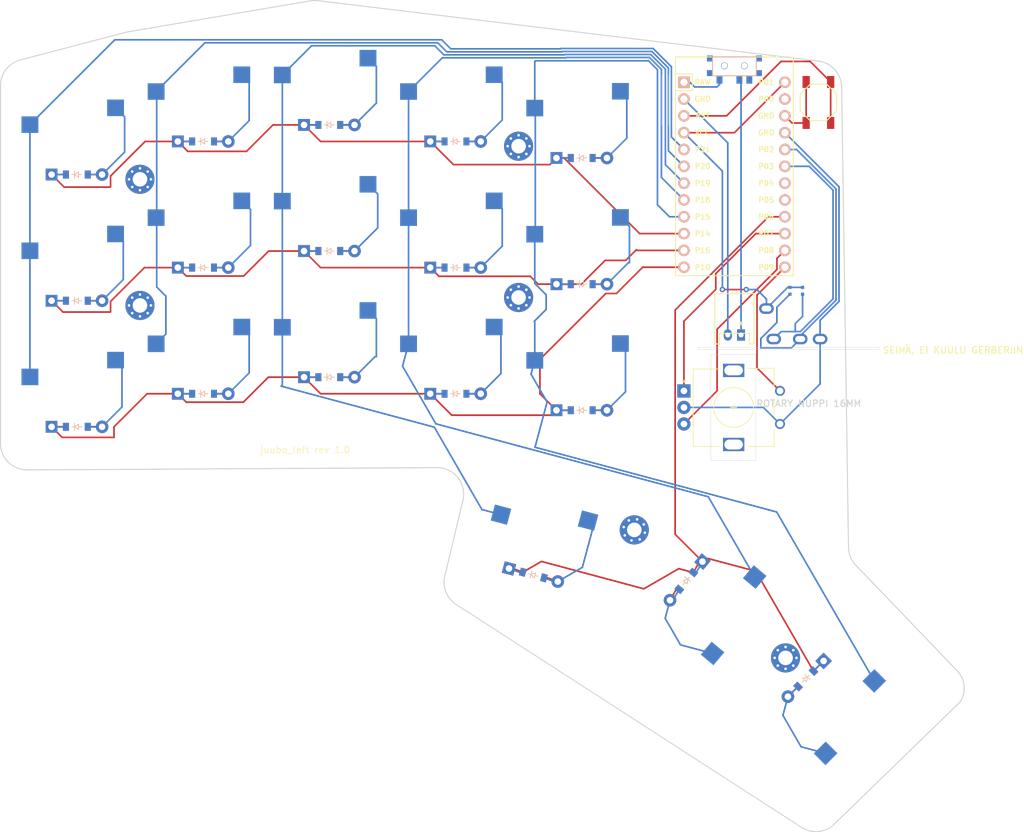
<source format=kicad_pcb>
(kicad_pcb (version 20221018) (generator pcbnew)
  (title_block (title "juubo_left") (rev "v1.0.0") (company "Unknown"))
  (layers (0 "F.Cu" signal) (31 "B.Cu" signal) (34 "B.Paste" user) (35 "F.Paste" user) (36 "B.SilkS" user "B.Silkscreen") (37 "F.SilkS" user "F.Silkscreen") (38 "B.Mask" user) (39 "F.Mask" user) (44 "Edge.Cuts" user))
  (net 0 "")
  (net 1 "P9")
  (net 2 "GND")
  (net 3 "P7")
  (net 4 "P8")
  (net 5 "P21")
  (net 6 "pinky_bottom")
  (net 7 "pinky_home")
  (net 8 "pinky_top")
  (net 9 "P20")
  (net 10 "ring_bottom")
  (net 11 "ring_home")
  (net 12 "ring_top")
  (net 13 "P19")
  (net 14 "middle_bottom")
  (net 15 "middle_home")
  (net 16 "middle_top")
  (net 17 "P18")
  (net 18 "index_bottom")
  (net 19 "index_home")
  (net 20 "index_top")
  (net 21 "P15")
  (net 22 "inner_bottom")
  (net 23 "inner_home")
  (net 24 "inner_top")
  (net 25 "layer_cluster")
  (net 26 "space_cluster")
  (net 27 "extra_cluster")
  (net 28 "P10")
  (net 29 "P16")
  (net 30 "P14")
  (net 31 "P6")
  (net 32 "RAW")
  (net 33 "RST")
  (net 34 "VCC")
  (net 35 "P0")
  (net 36 "P2")
  (net 37 "P3")
  (net 38 "P4")
  (net 39 "P5")
  (net 40 "B+")
  (footprint "E73:SPDT_C128955" (layer "F.Cu") (at 187.613786 48.4125)
    (fp_text reference "T1" hide)
    (fp_text value "" hide)
  )
  (footprint "E73:SW_TACT_ALPS_SKQGABE010" (layer "F.Cu") (at 200.291286 53.94591 90)
    (fp_text reference "B1" hide)
    (fp_text value "" hide)
  )
  (footprint "JST_PH_S2B-PH-K_02x2.00mm_Angled" (layer "F.Cu") (at 187.613785 89.063409 180)
    (fp_text reference "JST1" hide)
    (fp_text value "" hide)
  )
  (footprint "ComboDiode" (layer "F.Cu") (at 107.413787 97.935909)
    (fp_text reference "D4" hide)
    (fp_text value "" hide)
  )
  (footprint "MX" (layer "F.Cu") (at 126.463783 52.335909)
    (fp_text reference "S9" hide)
    (fp_text value "" hide)
  )
  (footprint "ComboDiode" (layer "F.Cu") (at 107.413784 59.835912)
    (fp_text reference "D6" hide)
    (fp_text value "" hide)
  )
  (footprint "TRRS-PJ-320A-dual" (layer "F.Cu") (at 203.748785 89.673409 -90)
    (fp_text reference "TRRS1")
    (fp_text value "TRRS-PJ-320A-dual")
  )
  (footprint "ComboDiode" (layer "F.Cu") (at 107.413783 78.885908)
    (fp_text reference "D5" hide)
    (fp_text value "" hide)
  )
  (footprint "MX" (layer "F.Cu") (at 88.363786 97.935909)
    (fp_text reference "S1" hide)
    (fp_text value "" hide)
  )
  (footprint "MX" (layer "F.Cu") (at 107.413785 54.83591)
    (fp_text reference "S6" hide)
    (fp_text value "" hide)
  )
  (footprint "ComboDiode" (layer "F.Cu") (at 164.563785 62.335911)
    (fp_text reference "D15" hide)
    (fp_text value "" hide)
  )
  (footprint "MX" (layer "F.Cu") (at 126.463784 90.435911)
    (fp_text reference "S7" hide)
    (fp_text value "" hide)
  )
  (footprint "MX" (layer "F.Cu") (at 145.513785 92.93591)
    (fp_text reference "S10" hide)
    (fp_text value "" hide)
  )
  (footprint "MountingHole_2.2mm_M2_Pad_Via" (layer "F.Cu") (at 155.038789 60.55091)
    (fp_text reference "_2" hide)
    (fp_text value "")
  )
  (footprint "rotary_encoder" (layer "F.Cu") (at 187.613785 100.045912)
    (fp_text reference "ROT1" hide)
    (fp_text value "")
  )
  (footprint "ComboDiode" (layer "F.Cu") (at 126.463784 76.385911)
    (fp_text reference "D8" hide)
    (fp_text value "" hide)
  )
  (footprint "ComboDiode" (layer "F.Cu") (at 126.463784 57.33591)
    (fp_text reference "D9" hide)
    (fp_text value "" hide)
  )
  (footprint "ComboDiode" (layer "F.Cu") (at 145.513784 78.88591)
    (fp_text reference "D11" hide)
    (fp_text value "" hide)
  )
  (footprint "MX" (layer "F.Cu") (at 158.563786 120.485912 -15)
    (fp_text reference "S16" hide)
    (fp_text value "" hide)
  )
  (footprint "ComboDiode" (layer "F.Cu") (at 88.363784 102.935911)
    (fp_text reference "D1" hide)
    (fp_text value "" hide)
  )
  (footprint "ComboDiode" (layer "F.Cu") (at 145.513785 97.935908)
    (fp_text reference "D10" hide)
    (fp_text value "" hide)
  )
  (footprint "ComboDiode" (layer "F.Cu") (at 164.563786 81.38591)
    (fp_text reference "D14" hide)
    (fp_text value "" hide)
  )
  (footprint "MountingHole_2.2mm_M2_Pad_Via" (layer "F.Cu") (at 155.038784 83.4)
    (fp_text reference "_6" hide)
    (fp_text value "")
  )
  (footprint "ComboDiode" (layer "F.Cu") (at 126.463785 95.435911)
    (fp_text reference "D7" hide)
    (fp_text value "" hide)
  )
  (footprint "ProMicro" (layer "F.Cu") (at 187.613787 64.860909 -90)
    (fp_text reference "MCU1" hide)
    (fp_text value "" hide)
  )
  (footprint "MX" (layer "F.Cu") (at 145.513787 54.835911)
    (fp_text reference "S12" hide)
    (fp_text value "" hide)
  )
  (footprint "MX" (layer "F.Cu") (at 88.363785 59.835911)
    (fp_text reference "S3" hide)
    (fp_text value "" hide)
  )
  (footprint "MX" (layer "F.Cu") (at 145.513785 73.885909)
    (fp_text reference "S11" hide)
    (fp_text value "" hide)
  )
  (footprint "MountingHole_2.2mm_M2_Pad_Via" (layer "F.Cu") (at 97.888786 84.6)
    (fp_text reference "_3" hide)
    (fp_text value "")
  )
  (footprint "MX" (layer "F.Cu") (at 184.174439 129.418819 -130)
    (fp_text reference "S17" hide)
    (fp_text value "" hide)
  )
  (footprint "MountingHole_2.2mm_M2_Pad_Via" (layer "F.Cu") (at 195.333274 137.833274 -135)
    (fp_text reference "_5" hide)
    (fp_text value "")
  )
  (footprint "ComboDiode" (layer "F.Cu") (at 88.363786 64.835909)
    (fp_text reference "D3" hide)
    (fp_text value "" hide)
  )
  (footprint "ComboDiode" (layer "F.Cu") (at 157.269692 125.315539 -15)
    (fp_text reference "D16" hide)
    (fp_text value "" hide)
  )
  (footprint "ComboDiode" (layer "F.Cu") (at 88.363785 83.885911)
    (fp_text reference "D2" hide)
    (fp_text value "" hide)
  )
  (footprint "MX" (layer "F.Cu") (at 201.918989 144.526213 -135)
    (fp_text reference "S18" hide)
    (fp_text value "" hide)
  )
  (footprint "MountingHole_2.2mm_M2_Pad_Via" (layer "F.Cu") (at 172.5 118.5 -15)
    (fp_text reference "_4" hide)
    (fp_text value "")
  )
  (footprint "ComboDiode" (layer "F.Cu") (at 164.563786 100.43591)
    (fp_text reference "D13" hide)
    (fp_text value "" hide)
  )
  (footprint "MX" (layer "F.Cu") (at 107.413786 92.935912)
    (fp_text reference "S4" hide)
    (fp_text value "" hide)
  )
  (footprint "MountingHole_2.2mm_M2_Pad_Via" (layer "F.Cu") (at 97.888787 65.55091)
    (fp_text reference "_1" hide)
    (fp_text value "")
  )
  (footprint "MX" (layer "F.Cu") (at 88.363785 78.885908)
    (fp_text reference "S2" hide)
    (fp_text value "" hide)
  )
  (footprint "MX" (layer "F.Cu") (at 164.563785 57.335911)
    (fp_text reference "S15" hide)
    (fp_text value "" hide)
  )
  (footprint "MX" (layer "F.Cu") (at 126.463787 71.385911)
    (fp_text reference "S8" hide)
    (fp_text value "" hide)
  )
  (footprint "ComboDiode" (layer "F.Cu") (at 198.383457 140.990682 -135)
    (fp_text reference "D18" hide)
    (fp_text value "" hide)
  )
  (footprint "MX" (layer "F.Cu") (at 164.563783 76.385911)
    (fp_text reference "S14" hide)
    (fp_text value "" hide)
  )
  (footprint "ComboDiode" (layer "F.Cu") (at 180.344219 126.204878 -130)
    (fp_text reference "D17" hide)
    (fp_text value "" hide)
  )
  (footprint "MX" (layer "F.Cu") (at 107.413784 73.88591)
    (fp_text reference "S5" hide)
    (fp_text value "" hide)
  )
  (footprint "MX" (layer "F.Cu") (at 164.563786 95.435911)
    (fp_text reference "S13" hide)
    (fp_text value "" hide)
  )
  (footprint "ComboDiode" (layer "F.Cu") (at 145.513787 59.835909)
    (fp_text reference "D12" hide)
    (fp_text value "" hide)
  )
  (footprint "RES_ERJ2RKF4701X" (layer "B.Cu") (at 197.901286 82.385911 -90)
    (fp_text reference "DISP1" hide)
    (fp_text value "RES_ERJ2RKF4701X")
  )
  (footprint "RES_ERJ2RKF4701X" (layer "B.Cu") (at 195.996287 82.385909 -90)
    (fp_text reference "DISP2" hide)
    (fp_text value "RES_ERJ2RKF4701X")
  )
  (gr_line (start 177.67 57.4) (end 177.67 49.8) (stroke (width 0.05)) (layer "Edge.Cuts"))
  (gr_arc (start 142.722221 109.098913) (mid 145.877217 110.612025) (end 146.634761 114.028112) (stroke (width 0.15)) (layer "Edge.Cuts"))
  (gr_rect (start 182.175 90.925) (end 209.485 91.255) (stroke (width 0.05)) (fill none) (layer "Edge.Cuts"))
  (gr_arc (start 95.717823 43.355782) (mid 95.889609 43.314727) (end 96.063039 43.281294) (stroke (width 0.15)) (layer "Edge.Cuts"))
  (gr_arc (start 123.58592 38.603279) (mid 124.159797 38.547878) (end 124.735675 38.575565) (stroke (width 0.15)) (layer "Edge.Cuts"))
  (gr_line (start 96.063039 43.281294) (end 123.58592 38.603279) (stroke (width 0.15)) (layer "Edge.Cuts"))
  (gr_line (start 142.722221 109.098913) (end 80.860764 109.438811) (stroke (width 0.15)) (layer "Edge.Cuts"))
  (gr_line (start 197.688861 163.388522) (end 145.621497 129.763273) (stroke (width 0.15)) (layer "Edge.Cuts"))
  (gr_arc (start 80.860763 109.438813) (mid 78.018185 108.27504) (end 76.838785 105.438871) (stroke (width 0.15)) (layer "Edge.Cuts"))
  (gr_line (start 203.800645 51.608921) (end 204.832746 121.127688) (stroke (width 0.15)) (layer "Edge.Cuts"))
  (gr_line (start 205.945229 123.836839) (end 221.356715 139.908255) (stroke (width 0.15)) (layer "Edge.Cuts"))
  (gr_arc (start 76.838784 51.396523) (mid 77.67162 48.953369) (end 79.823311 47.527571) (stroke (width 0.15)) (layer "Edge.Cuts"))
  (gr_line (start 124.735675 38.575565) (end 200.280578 47.697146) (stroke (width 0.15)) (layer "Edge.Cuts"))
  (gr_arc (start 205.945229 123.836839) (mid 205.132139 122.587738) (end 204.832746 121.127688) (stroke (width 0.15)) (layer "Edge.Cuts"))
  (gr_arc (start 200.280578 47.697143) (mid 202.774498 48.99265) (end 203.800645 51.608921) (stroke (width 0.15)) (layer "Edge.Cuts"))
  (gr_line (start 176.67 57.4) (end 176.67 49.8) (stroke (width 0.05)) (layer "Edge.Cuts"))
  (gr_line (start 202.748997 162.877717) (end 221.659673 144.499586) (stroke (width 0.15)) (layer "Edge.Cuts"))
  (gr_arc (start 145.621497 129.763273) (mid 144.079016 127.892173) (end 143.900962 125.473809) (stroke (width 0.15)) (layer "Edge.Cuts"))
  (gr_line (start 76.838785 105.438871) (end 76.838784 51.396523) (stroke (width 0.15)) (layer "Edge.Cuts"))
  (gr_line (start 79.823311 47.527571) (end 95.717823 43.355782) (stroke (width 0.15)) (layer "Edge.Cuts"))
  (gr_line (start 143.900962 125.473809) (end 146.634761 114.028112) (stroke (width 0.15)) (layer "Edge.Cuts"))
  (gr_rect (start 184.065 92.006) (end 190.84 108.006) (stroke (width 0.05)) (fill none) (layer "Edge.Cuts"))
  (gr_arc (start 202.748997 162.877717) (mid 200.311135 164.046527) (end 197.688861 163.388522) (stroke (width 0.15)) (layer "Edge.Cuts"))
  (gr_arc (start 221.356714 139.908256) (mid 222.292209 142.152188) (end 221.659673 144.499586) (stroke (width 0.15)) (layer "Edge.Cuts"))
  (gr_text "juubo_left rev 1.0" (at 116 107) (layer "F.SilkS") (effects (font (size 1 1) (thickness 0.1)) (justify left bottom)))
  (gr_text "SEINÄ, EI KUULU GERBERIIN" (at 209.94 91.94) (layer "F.SilkS") (effects (font (size 1 1)) (justify left bottom)))
  (gr_text "ROTARY NUPPI 16MM\n" (at 190.84 100.006) (layer "Edge.Cuts") (effects (font (size 1 1)) (justify left bottom)))
  (segment (start 191.023785 94.035912) (end 191.023785 83.040911) (width 0.25) (layer "F.Cu") (net 1))
  (segment (start 194.493785 97.505912) (end 191.023785 94.035912) (width 0.25) (layer "F.Cu") (net 1))
  (segment (start 191.023785 83.040911) (end 195.233787 78.830909) (width 0.25) (layer "F.Cu") (net 1))
  (segment (start 198.441286 57.04591) (end 196.308788 57.04591) (width 0.25) (layer "F.Cu") (net 2))
  (segment (start 198.441286 57.04591) (end 198.441286 50.84591) (width 0.25) (layer "F.Cu") (net 2))
  (segment (start 196.308788 57.04591) (end 195.233787 55.970909) (width 0.25) (layer "F.Cu") (net 2))
  (segment (start 194.493785 102.505912) (end 200.548785 96.450912) (width 0.25) (layer "B.Cu") (net 2))
  (segment (start 203.4 83.986396) (end 203.4 66.677122) (width 0.25) (layer "B.Cu") (net 2))
  (segment (start 179.993785 100.005912) (end 191.993785 100.005912) (width 0.25) (layer "B.Cu") (net 2))
  (segment (start 200.548785 86.837611) (end 203.4 83.986396) (width 0.25) (layer "B.Cu") (net 2))
  (segment (start 200.548785 89.673409) (end 200.548785 86.837611) (width 0.25) (layer "B.Cu") (net 2))
  (segment (start 203.4 66.677122) (end 195.233787 58.510909) (width 0.25) (layer "B.Cu") (net 2))
  (segment (start 186.613785 60.050907) (end 179.993787 53.430909) (width 0.25) (layer "B.Cu") (net 2))
  (segment (start 191.993785 100.005912) (end 194.493785 102.505912) (width 0.25) (layer "B.Cu") (net 2))
  (segment (start 200.548785 96.450912) (end 200.548785 89.673409) (width 0.25) (layer "B.Cu") (net 2))
  (segment (start 186.613785 89.063409) (end 186.613785 60.050907) (width 0.25) (layer "B.Cu") (net 2))
  (segment (start 179.993785 97.505912) (end 179.993785 86.98091) (width 0.25) (layer "F.Cu") (net 3))
  (segment (start 184.8 82.174695) (end 184.8 79.8) (width 0.25) (layer "F.Cu") (net 3))
  (segment (start 190.849091 73.750909) (end 195.233787 73.750909) (width 0.25) (layer "F.Cu") (net 3))
  (segment (start 179.993785 86.98091) (end 184.8 82.174695) (width 0.25) (layer "F.Cu") (net 3))
  (segment (start 184.8 79.8) (end 190.849091 73.750909) (width 0.25) (layer "F.Cu") (net 3))
  (segment (start 179.993785 102.505912) (end 185 97.499697) (width 0.25) (layer "F.Cu") (net 4))
  (segment (start 194.032487 77.492209) (end 195.233787 76.290909) (width 0.25) (layer "F.Cu") (net 4))
  (segment (start 194.032487 79.167513) (end 194.032487 77.492209) (width 0.25) (layer "F.Cu") (net 4))
  (segment (start 185 97.499697) (end 185 88.2) (width 0.25) (layer "F.Cu") (net 4))
  (segment (start 185 88.2) (end 194.032487 79.167513) (width 0.25) (layer "F.Cu") (net 4))
  (segment (start 144.8 45.85) (end 161.4 45.85) (width 0.25) (layer "B.Cu") (net 5))
  (segment (start 81.278785 57.295911) (end 81.278786 76.345909) (width 0.25) (layer "B.Cu") (net 5))
  (segment (start 81.278785 57.295911) (end 94.093787 44.480909) (width 0.25) (layer "B.Cu") (net 5))
  (segment (start 175.345584 45.8) (end 178.1 48.554416) (width 0.25) (layer "B.Cu") (net 5))
  (segment (start 178.1 48.554416) (end 178.1 59.157122) (width 0.25) (layer "B.Cu") (net 5))
  (segment (start 94.093787 44.480909) (end 143.430909 44.480909) (width 0.25) (layer "B.Cu") (net 5))
  (segment (start 161.45 45.8) (end 175.345584 45.8) (width 0.25) (layer "B.Cu") (net 5))
  (segment (start 143.430909 44.480909) (end 144.8 45.85) (width 0.25) (layer "B.Cu") (net 5))
  (segment (start 161.4 45.85) (end 161.45 45.8) (width 0.25) (layer "B.Cu") (net 5))
  (segment (start 178.1 59.157122) (end 179.993787 61.050909) (width 0.25) (layer "B.Cu") (net 5))
  (segment (start 81.278786 76.345909) (end 81.278787 95.39591) (width 0.25) (layer "B.Cu") (net 5))
  (segment (start 90.013783 102.93591) (end 92.173783 102.935911) (width 0.25) (layer "F.Cu") (net 6))
  (segment (start 95.172232 93.822356) (end 94.205786 92.85591) (width 0.25) (layer "B.Cu") (net 6))
  (segment (start 92.173784 102.93591) (end 95.172232 99.937463) (width 0.25) (layer "B.Cu") (net 6))
  (segment (start 92.173783 102.935911) (end 90.013783 102.93591) (width 0.25) (layer "B.Cu") (net 6))
  (segment (start 95.172232 99.937463) (end 95.172232 93.822356) (width 0.25) (layer "B.Cu") (net 6))
  (segment (start 92.173785 83.885908) (end 90.013785 83.885908) (width 0.25) (layer "F.Cu") (net 7))
  (segment (start 90.013785 83.885908) (end 92.173785 83.885908) (width 0.25) (layer "B.Cu") (net 7))
  (segment (start 95.372232 80.687464) (end 95.372231 74.972355) (width 0.25) (layer "B.Cu") (net 7))
  (segment (start 92.173786 83.885911) (end 95.372232 80.687464) (width 0.25) (layer "B.Cu") (net 7))
  (segment (start 95.372231 74.972355) (end 94.205786 73.805909) (width 0.25) (layer "B.Cu") (net 7))
  (segment (start 90.013784 64.835913) (end 92.173786 64.835909) (width 0.25) (layer "F.Cu") (net 8))
  (segment (start 95.572232 61.437463) (end 95.572232 56.122358) (width 0.25) (layer "B.Cu") (net 8))
  (segment (start 95.572232 56.122358) (end 94.205785 54.755911) (width 0.25) (layer "B.Cu") (net 8))
  (segment (start 92.173786 64.835909) (end 90.013784 64.835913) (width 0.25) (layer "B.Cu") (net 8))
  (segment (start 92.173786 64.835909) (end 95.572232 61.437463) (width 0.25) (layer "B.Cu") (net 8))
  (segment (start 177.65 48.740812) (end 177.65 61.247122) (width 0.25) (layer "B.Cu") (net 9))
  (segment (start 100.328784 90.395909) (end 100.328785 90.395912) (width 0.25) (layer "B.Cu") (net 9))
  (segment (start 100.413788 52.380911) (end 100.413787 71.260908) (width 0.25) (layer "B.Cu") (net 9))
  (segment (start 107.693786 44.930909) (end 142.830909 44.930909) (width 0.25) (layer "B.Cu") (net 9))
  (segment (start 161.6 46.3) (end 161.65 46.25) (width 0.25) (layer "B.Cu") (net 9))
  (segment (start 100.413786 81.813786) (end 101.8 83.2) (width 0.25) (layer "B.Cu") (net 9))
  (segment (start 100.413787 71.260908) (end 100.328783 71.345911) (width 0.25) (layer "B.Cu") (net 9))
  (segment (start 100.413786 71.430912) (end 100.413786 81.813786) (width 0.25) (layer "B.Cu") (net 9))
  (segment (start 100.328785 52.29591) (end 100.413788 52.380911) (width 0.25) (layer "B.Cu") (net 9))
  (segment (start 177.65 61.247122) (end 179.993787 63.590909) (width 0.25) (layer "B.Cu") (net 9))
  (segment (start 161.65 46.25) (end 175.159188 46.25) (width 0.25) (layer "B.Cu") (net 9))
  (segment (start 101.8 88.924698) (end 100.328786 90.395912) (width 0.25) (layer "B.Cu") (net 9))
  (segment (start 100.328784 71.34591) (end 100.413786 71.430912) (width 0.25) (layer "B.Cu") (net 9))
  (segment (start 175.159188 46.25) (end 177.65 48.740812) (width 0.25) (layer "B.Cu") (net 9))
  (segment (start 142.830909 44.930909) (end 144.2 46.3) (width 0.25) (layer "B.Cu") (net 9))
  (segment (start 100.328785 52.29591) (end 107.693786 44.930909) (width 0.25) (layer "B.Cu") (net 9))
  (segment (start 101.8 83.2) (end 101.8 88.924698) (width 0.25) (layer "B.Cu") (net 9))
  (segment (start 144.2 46.3) (end 161.6 46.3) (width 0.25) (layer "B.Cu") (net 9))
  (segment (start 111.223787 97.93591) (end 109.063785 97.93591) (width 0.25) (layer "F.Cu") (net 10))
  (segment (start 114.372232 94.787465) (end 114.372231 88.972358) (width 0.25) (layer "B.Cu") (net 10))
  (segment (start 111.223787 97.93591) (end 114.372232 94.787465) (width 0.25) (layer "B.Cu") (net 10))
  (segment (start 109.063785 97.93591) (end 111.223787 97.93591) (width 0.25) (layer "B.Cu") (net 10))
  (segment (start 114.372231 88.972358) (end 113.255787 87.855911) (width 0.25) (layer "B.Cu") (net 10))
  (segment (start 109.063783 78.88591) (end 111.223784 78.885908) (width 0.25) (layer "F.Cu") (net 11))
  (segment (start 114.572232 75.537461) (end 114.572231 70.122359) (width 0.25) (layer "B.Cu") (net 11))
  (segment (start 111.223783 78.88591) (end 114.572232 75.537461) (width 0.25) (layer "B.Cu") (net 11))
  (segment (start 114.572231 70.122359) (end 113.255784 68.805911) (width 0.25) (layer "B.Cu") (net 11))
  (segment (start 111.223784 78.885908) (end 109.063783 78.88591) (width 0.25) (layer "B.Cu") (net 11))
  (segment (start 111.223787 59.835909) (end 109.063786 59.835908) (width 0.25) (layer "F.Cu") (net 12))
  (segment (start 114.372231 50.872356) (end 113.255785 49.755909) (width 0.25) (layer "B.Cu") (net 12))
  (segment (start 109.063786 59.835908) (end 111.223787 59.835909) (width 0.25) (layer "B.Cu") (net 12))
  (segment (start 111.223783 59.835912) (end 114.372232 56.687464) (width 0.25) (layer "B.Cu") (net 12))
  (segment (start 114.372232 56.687464) (end 114.372231 50.872356) (width 0.25) (layer "B.Cu") (net 12))
  (segment (start 119.378787 87.895908) (end 119.378784 87.895911) (width 0.25) (layer "B.Cu") (net 13))
  (segment (start 174.972792 46.7) (end 177.2 48.927208) (width 0.25) (layer "B.Cu") (net 13))
  (segment (start 143.75 46.75) (end 162 46.75) (width 0.25) (layer "B.Cu") (net 13))
  (segment (start 142.323172 102.987514) (end 119.2 96.791679) (width 0.25) (layer "B.Cu") (net 13))
  (segment (start 162.05 46.7) (end 174.972792 46.7) (width 0.25) (layer "B.Cu") (net 13))
  (segment (start 142.380909 45.380909) (end 143.75 46.75) (width 0.25) (layer "B.Cu") (net 13))
  (segment (start 177.2 63.337122) (end 179.993787 66.130909) (width 0.25) (layer "B.Cu") (net 13))
  (segment (start 162 46.75) (end 162.05 46.7) (width 0.25) (layer "B.Cu") (net 13))
  (segment (start 119.378783 49.795908) (end 119.378784 68.845909) (width 0.25) (layer "B.Cu") (net 13))
  (segment (start 119.2 96.791679) (end 119.378784 96.612895) (width 0.25) (layer "B.Cu") (net 13))
  (segment (start 119.378787 68.845912) (end 119.378787 87.895908) (width 0.25) (layer "B.Cu") (net 13))
  (segment (start 119.378784 68.845909) (end 119.378787 68.845912) (width 0.25) (layer "B.Cu") (net 13))
  (segment (start 119.378784 96.612895) (end 119.378784 87.895911) (width 0.25) (layer "B.Cu") (net 13))
  (segment (start 177.2 48.927208) (end 177.2 63.337122) (width 0.25) (layer "B.Cu") (net 13))
  (segment (start 152.377603 116.198728) (end 149.506511 115.429421) (width 0.25) (layer "B.Cu") (net 13))
  (segment (start 149.506511 115.429421) (end 142.323172 102.987514) (width 0.25) (layer "B.Cu") (net 13))
  (segment (start 119.378783 49.795909) (end 123.793783 45.380909) (width 0.25) (layer "B.Cu") (net 13))
  (segment (start 123.793783 45.380909) (end 142.380909 45.380909) (width 0.25) (layer "B.Cu") (net 13))
  (segment (start 128.113785 95.435911) (end 130.273787 95.435911) (width 0.25) (layer "F.Cu") (net 14))
  (segment (start 133.377376 92.332319) (end 133.572232 92.33232) (width 0.25) (layer "B.Cu") (net 14))
  (segment (start 130.273785 95.435911) (end 133.377376 92.332319) (width 0.25) (layer "B.Cu") (net 14))
  (segment (start 130.273787 95.435911) (end 128.113785 95.435911) (width 0.25) (layer "B.Cu") (net 14))
  (segment (start 133.572232 86.622358) (end 132.305785 85.355911) (width 0.25) (layer "B.Cu") (net 14))
  (segment (start 133.572232 92.33232) (end 133.572232 86.622358) (width 0.25) (layer "B.Cu") (net 14))
  (segment (start 130.273785 76.38591) (end 128.113784 76.385908) (width 0.25) (layer "F.Cu") (net 15))
  (segment (start 133.772232 67.772357) (end 132.305786 66.305912) (width 0.25) (layer "B.Cu") (net 15))
  (segment (start 133.772232 72.887463) (end 133.772232 67.772357) (width 0.25) (layer "B.Cu") (net 15))
  (segment (start 128.113784 76.385908) (end 130.273785 76.38591) (width 0.25) (layer "B.Cu") (net 15))
  (segment (start 130.273782 76.385911) (end 133.772232 72.887463) (width 0.25) (layer "B.Cu") (net 15))
  (segment (start 128.113785 57.33591) (end 130.273785 57.335911) (width 0.25) (layer "F.Cu") (net 16))
  (segment (start 133.572233 54.037462) (end 133.572232 48.522356) (width 0.25) (layer "B.Cu") (net 16))
  (segment (start 130.273785 57.335911) (end 128.113785 57.33591) (width 0.25) (layer "B.Cu") (net 16))
  (segment (start 133.572232 48.522356) (end 132.305784 47.255908) (width 0.25) (layer "B.Cu") (net 16))
  (segment (start 130.273786 57.33591) (end 133.572233 54.037462) (width 0.25) (layer "B.Cu") (net 16))
  (segment (start 162.25 47.15) (end 174.786396 47.15) (width 0.25) (layer "B.Cu") (net 17))
  (segment (start 143.524698 47.2) (end 162.2 47.2) (width 0.25) (layer "B.Cu") (net 17))
  (segment (start 183.673254 113.497832) (end 142.548975 102.478616) (width 0.25) (layer "B.Cu") (net 17))
  (segment (start 138.428785 71.34591) (end 138.428785 90.395912) (width 0.25) (layer "B.Cu") (net 17))
  (segment (start 142.548975 102.478616) (end 137.523544 93.774313) (width 0.25) (layer "B.Cu") (net 17))
  (segment (start 162.2 47.2) (end 162.25 47.15) (width 0.25) (layer "B.Cu") (net 17))
  (segment (start 176.6 65.277122) (end 179.993787 68.670909) (width 0.25) (layer "B.Cu") (net 17))
  (segment (start 174.786396 47.15) (end 176.6 48.963604) (width 0.25) (layer "B.Cu") (net 17))
  (segment (start 137.523544 93.774313) (end 138.428785 90.39591) (width 0.25) (layer "B.Cu") (net 17))
  (segment (start 176.6 48.963604) (end 176.6 65.277122) (width 0.25) (layer "B.Cu") (net 17))
  (segment (start 190.674343 125.624074) (end 183.673254 113.497832) (width 0.25) (layer "B.Cu") (net 17))
  (segment (start 138.428787 52.295911) (end 143.524698 47.2) (width 0.25) (layer "B.Cu") (net 17))
  (segment (start 138.428788 71.345906) (end 138.428785 71.34591) (width 0.25) (layer "B.Cu") (net 17))
  (segment (start 138.428787 52.295911) (end 138.428788 71.345906) (width 0.25) (layer "B.Cu") (net 17))
  (segment (start 149.323783 97.935911) (end 147.163785 97.93591) (width 0.25) (layer "F.Cu") (net 18))
  (segment (start 152.372231 88.872359) (end 151.355785 87.855912) (width 0.25) (layer "B.Cu") (net 18))
  (segment (start 149.323785 97.935911) (end 152.372232 94.887463) (width 0.25) (layer "B.Cu") (net 18))
  (segment (start 152.372232 94.887463) (end 152.372231 88.872359) (width 0.25) (layer "B.Cu") (net 18))
  (segment (start 147.163785 97.93591) (end 149.323783 97.935911) (width 0.25) (layer "B.Cu") (net 18))
  (segment (start 147.163786 78.885912) (end 149.323785 78.885907) (width 0.25) (layer "F.Cu") (net 19))
  (segment (start 152.572233 70.022357) (end 151.355784 68.805909) (width 0.25) (layer "B.Cu") (net 19))
  (segment (start 149.323784 78.885911) (end 152.572232 75.637464) (width 0.25) (layer "B.Cu") (net 19))
  (segment (start 149.323785 78.885907) (end 147.163786 78.885912) (width 0.25) (layer "B.Cu") (net 19))
  (segment (start 152.572232 75.637464) (end 152.572233 70.022357) (width 0.25) (layer "B.Cu") (net 19))
  (segment (start 149.323785 59.83591) (end 147.163785 59.835909) (width 0.25) (layer "F.Cu") (net 20))
  (segment (start 147.163785 59.835909) (end 149.323785 59.83591) (width 0.25) (layer "B.Cu") (net 20))
  (segment (start 152.572232 56.587463) (end 152.572232 50.972355) (width 0.25) (layer "B.Cu") (net 20))
  (segment (start 149.323786 59.835909) (end 152.572232 56.587463) (width 0.25) (layer "B.Cu") (net 20))
  (segment (start 152.572232 50.972355) (end 151.355786 49.755911) (width 0.25) (layer "B.Cu") (net 20))
  (segment (start 159.343048 99.192616) (end 157.513027 106.022347) (width 0.25) (layer "B.Cu") (net 21))
  (segment (start 157.478784 92.895908) (end 157.478786 92.89591) (width 0.25) (layer "B.Cu") (net 21))
  (segment (start 157.6 47.65) (end 174.55 47.65) (width 0.25) (layer "B.Cu") (net 21))
  (segment (start 157.478783 73.845911) (end 157.478783 81.278783) (width 0.25) (layer "B.Cu") (net 21))
  (segment (start 157.563789 73.760904) (end 157.478783 73.845911) (width 0.25) (layer "B.Cu") (net 21))
  (segment (start 159.2 85.2) (end 157.4 87) (width 0.25) (layer "B.Cu") (net 21))
  (segment (start 157.478785 47.771215) (end 157.6 47.65) (width 0.25) (layer "B.Cu") (net 21))
  (segment (start 157.478786 92.895911) (end 156.917357 94.991193) (width 0.25) (layer "B.Cu") (net 21))
  (segment (start 157.4 87) (end 157.478786 87.078786) (width 0.25) (layer "B.Cu") (net 21))
  (segment (start 159.2 83) (end 159.2 85.2) (width 0.25) (layer "B.Cu") (net 21))
  (segment (start 157.478783 81.278783) (end 159.2 83) (width 0.25) (layer "B.Cu") (net 21))
  (segment (start 157.563789 54.880912) (end 157.563789 73.760904) (width 0.25) (layer "B.Cu") (net 21))
  (segment (start 156.917357 94.991193) (end 159.343048 99.192616) (width 0.25) (layer "B.Cu") (net 21))
  (segment (start 157.478786 87.078786) (end 157.478786 92.895911) (width 0.25) (layer "B.Cu") (net 21))
  (segment (start 177.810909 71.210909) (end 179.993787 71.210909) (width 0.25) (layer "B.Cu") (net 21))
  (segment (start 157.478786 54.79591) (end 157.563789 54.880912) (width 0.25) (layer "B.Cu") (net 21))
  (segment (start 176 49) (end 176 69.4) (width 0.25) (layer "B.Cu") (net 21))
  (segment (start 176 69.4) (end 177.810909 71.210909) (width 0.25) (layer "B.Cu") (net 21))
  (segment (start 157.513027 106.022347) (end 193.99375 115.797328) (width 0.25) (layer "B.Cu") (net 21))
  (segment (start 174.55 47.65) (end 174.6 47.6) (width 0.25) (layer "B.Cu") (net 21))
  (segment (start 174.6 47.6) (end 176 49) (width 0.25) (layer "B.Cu") (net 21))
  (segment (start 193.99375 115.797328) (end 208.724891 141.312414) (width 0.25) (layer "B.Cu") (net 21))
  (segment (start 157.478785 54.795911) (end 157.478785 47.771215) (width 0.25) (layer "B.Cu") (net 21))
  (segment (start 166.213786 100.435911) (end 168.373787 100.435911) (width 0.25) (layer "F.Cu") (net 22))
  (segment (start 171.172233 97.637464) (end 171.172233 91.122355) (width 0.25) (layer "B.Cu") (net 22))
  (segment (start 168.373787 100.435911) (end 166.213786 100.435911) (width 0.25) (layer "B.Cu") (net 22))
  (segment (start 171.172233 91.122355) (end 170.405786 90.355911) (width 0.25) (layer "B.Cu") (net 22))
  (segment (start 168.373786 100.435909) (end 171.172233 97.637464) (width 0.25) (layer "B.Cu") (net 22))
  (segment (start 168.373783 81.385909) (end 166.213787 81.38591) (width 0.25) (layer "F.Cu") (net 23))
  (segment (start 171.627376 78.13232) (end 171.772232 78.13232) (width 0.25) (layer "B.Cu") (net 23))
  (segment (start 168.373787 81.385909) (end 171.627376 78.13232) (width 0.25) (layer "B.Cu") (net 23))
  (segment (start 166.213787 81.38591) (end 168.373783 81.385909) (width 0.25) (layer "B.Cu") (net 23))
  (segment (start 171.772232 72.67236) (end 170.405781 71.305911) (width 0.25) (layer "B.Cu") (net 23))
  (segment (start 171.772232 78.13232) (end 171.772232 72.67236) (width 0.25) (layer "B.Cu") (net 23))
  (segment (start 166.213786 62.335911) (end 168.373784 62.33591) (width 0.25) (layer "F.Cu") (net 24))
  (segment (start 171.372232 53.222354) (end 170.405786 52.255911) (width 0.25) (layer "B.Cu") (net 24))
  (segment (start 168.373784 62.33591) (end 166.213786 62.335911) (width 0.25) (layer "B.Cu") (net 24))
  (segment (start 171.372232 59.337463) (end 171.372232 53.222354) (width 0.25) (layer "B.Cu") (net 24))
  (segment (start 168.373784 62.335911) (end 171.372232 59.337463) (width 0.25) (layer "B.Cu") (net 24))
  (segment (start 160.949869 126.30164) (end 159.104758 125.630075) (width 0.25) (layer "F.Cu") (net 25))
  (segment (start 159.104758 125.630075) (end 158.863468 125.74259) (width 0.25) (layer "F.Cu") (net 25))
  (segment (start 166.228349 118.315284) (end 165.521525 117.09103) (width 0.25) (layer "B.Cu") (net 25))
  (segment (start 160.949869 126.30164) (end 164.662805 124.157976) (width 0.25) (layer "B.Cu") (net 25))
  (segment (start 160.708577 126.414157) (end 160.949869 126.30164) (width 0.25) (layer "B.Cu") (net 25))
  (segment (start 164.662805 124.157976) (end 166.228349 118.315284) (width 0.25) (layer "B.Cu") (net 25))
  (segment (start 158.863468 125.74259) (end 160.708577 126.414157) (width 0.25) (layer "B.Cu") (net 25))
  (segment (start 178.771249 127.60614) (end 179.283619 127.468853) (width 0.25) (layer "F.Cu") (net 26))
  (segment (start 177.895197 129.123508) (end 178.771249 127.60614) (width 0.25) (layer "F.Cu") (net 26))
  (segment (start 178.407567 128.98622) (end 177.895197 129.123508) (width 0.25) (layer "B.Cu") (net 26))
  (segment (start 179.478079 135.864494) (end 184.310781 137.159412) (width 0.25) (layer "B.Cu") (net 26))
  (segment (start 177.895197 129.123507) (end 177.163265 131.855117) (width 0.25) (layer "B.Cu") (net 26))
  (segment (start 177.163265 131.855117) (end 179.478079 135.864494) (width 0.25) (layer "B.Cu") (net 26))
  (segment (start 179.283619 127.468853) (end 178.407567 128.98622) (width 0.25) (layer "B.Cu") (net 26))
  (segment (start 195.68938 143.68476) (end 197.216731 142.157409) (width 0.25) (layer "F.Cu") (net 27))
  (segment (start 197.672258 151.255701) (end 201.380174 152.249235) (width 0.25) (layer "B.Cu") (net 27))
  (segment (start 194.932349 146.510039) (end 197.672258 151.255701) (width 0.25) (layer "B.Cu") (net 27))
  (segment (start 195.68938 143.68476) (end 194.932349 146.510039) (width 0.25) (layer "B.Cu") (net 27))
  (segment (start 197.216731 142.157409) (end 195.68938 143.68476) (width 0.25) (layer "B.Cu") (net 27))
  (segment (start 84.553783 102.935909) (end 86.713786 102.935908) (width 0.25) (layer "F.Cu") (net 28))
  (segment (start 173.830909 78.830909) (end 179.993787 78.830909) (width 0.25) (layer "F.Cu") (net 28))
  (segment (start 160.753786 100.43591) (end 158.257886 97.94001) (width 0.25) (layer "F.Cu") (net 28))
  (segment (start 158.257886 92.740161) (end 168.198047 82.8) (width 0.25) (layer "F.Cu") (net 28))
  (segment (start 141.703785 97.935911) (end 144.943785 101.175911) (width 0.25) (layer "F.Cu") (net 28))
  (segment (start 105.763787 97.935909) (end 103.603785 97.935911) (width 0.25) (layer "F.Cu") (net 28))
  (segment (start 173.8 78.8) (end 173.830909 78.830909) (width 0.25) (layer "F.Cu") (net 28))
  (segment (start 122.653785 95.435911) (end 125.153786 97.93591) (width 0.25) (layer "F.Cu") (net 28))
  (segment (start 104.881287 99.213409) (end 113.491142 99.21341) (width 0.25) (layer "F.Cu") (net 28))
  (segment (start 98.968642 97.935909) (end 103.603786 97.93591) (width 0.25) (layer "F.Cu") (net 28))
  (segment (start 122.653786 95.435908) (end 124.813786 95.435911) (width 0.25) (layer "F.Cu") (net 28))
  (segment (start 143.863785 97.935912) (end 141.703785 97.93591) (width 0.25) (layer "F.Cu") (net 28))
  (segment (start 144.943785 101.175911) (end 160.013784 101.17591) (width 0.25) (layer "F.Cu") (net 28))
  (segment (start 160.013784 101.17591) (end 160.753786 100.43591) (width 0.25) (layer "F.Cu") (net 28))
  (segment (start 160.753786 100.435909) (end 162.913785 100.435908) (width 0.25) (layer "F.Cu") (net 28))
  (segment (start 168.198047 82.8) (end 169.8 82.8) (width 0.25) (layer "F.Cu") (net 28))
  (segment (start 169.8 82.8) (end 173.8 78.8) (width 0.25) (layer "F.Cu") (net 28))
  (segment (start 125.153786 97.93591) (end 141.703785 97.935911) (width 0.25) (layer "F.Cu") (net 28))
  (segment (start 103.603786 97.93591) (end 104.881287 99.213409) (width 0.25) (layer "F.Cu") (net 28))
  (segment (start 158.257886 97.94001) (end 158.257886 92.740161) (width 0.25) (layer "F.Cu") (net 28))
  (segment (start 113.491142 99.21341) (end 117.268641 95.435911) (width 0.25) (layer "F.Cu") (net 28))
  (segment (start 93.972231 104.53232) (end 93.972232 102.932319) (width 0.25) (layer "F.Cu") (net 28))
  (segment (start 86.150193 104.532319) (end 93.972231 104.53232) (width 0.25) (layer "F.Cu") (net 28))
  (segment (start 117.268641 95.435911) (end 122.653785 95.435911) (width 0.25) (layer "F.Cu") (net 28))
  (segment (start 84.553784 102.935911) (end 86.150193 104.532319) (width 0.25) (layer "F.Cu") (net 28))
  (segment (start 93.972232 102.932319) (end 98.968642 97.935909) (width 0.25) (layer "F.Cu") (net 28))
  (segment (start 103.603785 97.935911) (end 105.763787 97.935909) (width 0.25) (layer "B.Cu") (net 28))
  (segment (start 162.913785 100.435908) (end 160.753786 100.435909) (width 0.25) (layer "B.Cu") (net 28))
  (segment (start 124.813786 95.435911) (end 122.653786 95.435908) (width 0.25) (layer "B.Cu") (net 28))
  (segment (start 86.713786 102.935908) (end 84.553783 102.935909) (width 0.25) (layer "B.Cu") (net 28))
  (segment (start 141.703785 97.93591) (end 143.863785 97.935912) (width 0.25) (layer "B.Cu") (net 28))
  (segment (start 103.603785 78.88591) (end 105.763783 78.885912) (width 0.25) (layer "F.Cu") (net 29))
  (segment (start 171.2 77.8) (end 172.8 76.2) (width 0.25) (layer "F.Cu") (net 29))
  (segment (start 157.98591 81.38591) (end 160.753786 81.38591) (width 0.25) (layer "F.Cu") (net 29))
  (segment (start 84.553785 83.885911) (end 86.267874 85.6) (width 0.25) (layer "F.Cu") (net 29))
  (segment (start 172.8 76.2) (end 172.890909 76.290909) (width 0.25) (layer "F.Cu") (net 29))
  (segment (start 98.565377 78.885908) (end 103.603783 78.885908) (width 0.25) (layer "F.Cu") (net 29))
  (segment (start 141.703786 78.885911) (end 143.863785 78.885908) (width 0.25) (layer "F.Cu") (net 29))
  (segment (start 113.541142 80.16341) (end 117.318641 76.385911) (width 0.25) (layer "F.Cu") (net 29))
  (segment (start 86.713784 83.885909) (end 84.553785 83.885909) (width 0.25) (layer "F.Cu") (net 29))
  (segment (start 86.267874 85.6) (end 93.4 85.6) (width 0.25) (layer "F.Cu") (net 29))
  (segment (start 104.881283 80.16341) (end 113.541142 80.16341) (width 0.25) (layer "F.Cu") (net 29))
  (segment (start 93.4 85.6) (end 93.451285 85.548715) (width 0.25) (layer "F.Cu") (net 29))
  (segment (start 172.890909 76.290909) (end 179.993787 76.290909) (width 0.25) (layer "F.Cu") (net 29))
  (segment (start 124.813784 76.385911) (end 122.653786 76.38591) (width 0.25) (layer "F.Cu") (net 29))
  (segment (start 122.653784 76.38591) (end 125.153784 78.88591) (width 0.25) (layer "F.Cu") (net 29))
  (segment (start 162.913784 81.38591) (end 160.753786 81.385909) (width 0.25) (layer "F.Cu") (net 29))
  (segment (start 125.153784 78.88591) (end 141.703785 78.885911) (width 0.25) (layer "F.Cu") (net 29))
  (segment (start 103.603783 78.88591) (end 104.881283 80.16341) (width 0.25) (layer "F.Cu") (net 29))
  (segment (start 168.099696 77.8) (end 171.2 77.8) (width 0.25) (layer "F.Cu") (net 29))
  (segment (start 93.451285 84) (end 98.565377 78.885908) (width 0.25) (layer "F.Cu") (net 29))
  (segment (start 164.513786 81.38591) (end 168.099696 77.8) (width 0.25) (layer "F.Cu") (net 29))
  (segment (start 143.017874 80.2) (end 156.8 80.2) (width 0.25) (layer "F.Cu") (net 29))
  (segment (start 141.703784 78.88591) (end 143.017874 80.2) (width 0.25) (layer "F.Cu") (net 29))
  (segment (start 93.451285 85.548715) (end 93.451285 84) (width 0.25) (layer "F.Cu") (net 29))
  (segment (start 156.8 80.2) (end 157.98591 81.38591) (width 0.25) (layer "F.Cu") (net 29))
  (segment (start 160.753786 81.38591) (end 164.513786 81.38591) (width 0.25) (layer "F.Cu") (net 29))
  (segment (start 117.318641 76.385911) (end 122.653784 76.38591) (width 0.25) (layer "F.Cu") (net 29))
  (segment (start 160.753786 81.385909) (end 162.913784 81.38591) (width 0.25) (layer "B.Cu") (net 29))
  (segment (start 122.653786 76.38591) (end 124.813784 76.385911) (width 0.25) (layer "B.Cu") (net 29))
  (segment (start 105.763783 78.885912) (end 103.603785 78.88591) (width 0.25) (layer "B.Cu") (net 29))
  (segment (start 84.553785 83.885909) (end 86.713784 83.885909) (width 0.25) (layer "B.Cu") (net 29))
  (segment (start 143.863785 78.885908) (end 141.703786 78.885911) (width 0.25) (layer "B.Cu") (net 29))
  (segment (start 122.653788 57.335911) (end 124.813787 57.335909) (width 0.25) (layer "F.Cu") (net 30))
  (segment (start 84.553785 64.83591) (end 86.713786 64.835908) (width 0.25) (layer "F.Cu") (net 30))
  (segment (start 122.653785 57.33591) (end 125.153784 59.835909) (width 0.25) (layer "F.Cu") (net 30))
  (segment (start 93.451285 66.653265) (end 93.451287 65.053265) (width 0.25) (layer "F.Cu") (net 30))
  (segment (start 160.753783 62.335911) (end 162.913787 62.33591) (width 0.25) (layer "F.Cu") (net 30))
  (segment (start 98.66864 59.835912) (end 103.603784 59.835912) (width 0.25) (layer "F.Cu") (net 30))
  (segment (start 160.753785 62.335911) (end 161.892785 62.335911) (width 0.25) (layer "F.Cu") (net 30))
  (segment (start 143.863785 59.835911) (end 141.703787 59.835908) (width 0.25) (layer "F.Cu") (net 30))
  (segment (start 103.603784 59.835912) (end 105.100192 61.332319) (width 0.25) (layer "F.Cu") (net 30))
  (segment (start 117.968642 57.335909) (end 122.653785 57.33591) (width 0.25) (layer "F.Cu") (net 30))
  (segment (start 93.372232 66.73232) (end 93.451285 66.653265) (width 0.25) (layer "F.Cu") (net 30))
  (segment (start 113.972233 61.33232) (end 117.968642 57.335909) (width 0.25) (layer "F.Cu") (net 30))
  (segment (start 125.153784 59.835909) (end 141.703786 59.835909) (width 0.25) (layer "F.Cu") (net 30))
  (segment (start 84.553786 64.835908) (end 86.450197 66.732319) (width 0.25) (layer "F.Cu") (net 30))
  (segment (start 159.757375 63.33232) (end 160.753784 62.335911) (width 0.25) (layer "F.Cu") (net 30))
  (segment (start 105.763786 59.83591) (end 103.603785 59.835911) (width 0.25) (layer "F.Cu") (net 30))
  (segment (start 93.451287 65.053265) (end 98.66864 59.835912) (width 0.25) (layer "F.Cu") (net 30))
  (segment (start 86.450197 66.732319) (end 93.372232 66.73232) (width 0.25) (layer "F.Cu") (net 30))
  (segment (start 105.100192 61.332319) (end 113.972233 61.33232) (width 0.25) (layer "F.Cu") (net 30))
  (segment (start 141.703786 59.835909) (end 145.200197 63.33232) (width 0.25) (layer "F.Cu") (net 30))
  (segment (start 173.307783 73.750909) (end 179.993787 73.750909) (width 0.25) (layer "F.Cu") (net 30))
  (segment (start 145.200197 63.33232) (end 159.757375 63.33232) (width 0.25) (layer "F.Cu") (net 30))
  (segment (start 161.892785 62.335911) (end 173.307783 73.750909) (width 0.25) (layer "F.Cu") (net 30))
  (segment (start 162.913787 62.33591) (end 160.753783 62.335911) (width 0.25) (layer "B.Cu") (net 30))
  (segment (start 103.603785 59.835911) (end 105.763786 59.83591) (width 0.25) (layer "B.Cu") (net 30))
  (segment (start 84.553785 64.83591) (end 86.713786 64.835908) (width 0.25) (layer "B.Cu") (net 30))
  (segment (start 141.703787 59.835908) (end 143.863785 59.835911) (width 0.25) (layer "B.Cu") (net 30))
  (segment (start 124.813787 57.335909) (end 122.653788 57.335911) (width 0.25) (layer "B.Cu") (net 30))
  (segment (start 179.217524 124.354821) (end 181.404818 124.940903) (width 0.25) (layer "F.Cu") (net 31))
  (segment (start 155.675914 124.888487) (end 158.491324 123.263011) (width 0.25) (layer "F.Cu") (net 31))
  (segment (start 155.675914 124.888486) (end 153.830805 124.216921) (width 0.25) (layer "F.Cu") (net 31))
  (segment (start 178.668785 119.161794) (end 178.668785 85.294819) (width 0.25) (layer "F.Cu") (net 31))
  (segment (start 178.668785 85.294819) (end 192.752695 71.210909) (width 0.25) (layer "F.Cu") (net 31))
  (segment (start 182.79324 123.286249) (end 178.668785 119.161794) (width 0.25) (layer "F.Cu") (net 31))
  (segment (start 190.848424 124.752069) (end 199.550183 139.823957) (width 0.25) (layer "F.Cu") (net 31))
  (segment (start 158.491324 123.263011) (end 173.939207 127.402259) (width 0.25) (layer "F.Cu") (net 31))
  (segment (start 192.752695 71.210909) (end 195.233787 71.210909) (width 0.25) (layer "F.Cu") (net 31))
  (segment (start 181.404818 124.940904) (end 182.280869 123.423537) (width 0.25) (layer "F.Cu") (net 31))
  (segment (start 199.550183 139.823957) (end 201.077533 138.296606) (width 0.25) (layer "F.Cu") (net 31))
  (segment (start 182.79324 123.286248) (end 183.612546 122.813221) (width 0.25) (layer "F.Cu") (net 31))
  (segment (start 183.612546 122.813221) (end 190.848424 124.752069) (width 0.25) (layer "F.Cu") (net 31))
  (segment (start 173.939207 127.402259) (end 179.217524 124.354821) (width 0.25) (layer "F.Cu") (net 31))
  (segment (start 153.830805 124.216921) (end 153.589513 124.329439) (width 0.25) (layer "F.Cu") (net 31))
  (segment (start 182.280869 123.423537) (end 182.79324 123.286251) (width 0.25) (layer "F.Cu") (net 31))
  (segment (start 201.077533 138.296606) (end 199.550183 139.823957) (width 0.25) (layer "B.Cu") (net 31))
  (segment (start 155.434623 125.001004) (end 155.675914 124.888486) (width 0.25) (layer "B.Cu") (net 31))
  (segment (start 182.79324 123.286251) (end 181.917187 124.803616) (width 0.25) (layer "B.Cu") (net 31))
  (segment (start 181.917187 124.803616) (end 181.404818 124.940904) (width 0.25) (layer "B.Cu") (net 31))
  (segment (start 153.589513 124.329439) (end 155.434623 125.001004) (width 0.25) (layer "B.Cu") (net 31))
  (segment (start 181.6 51.6) (end 180.890909 50.890909) (width 0.25) (layer "B.Cu") (net 32))
  (segment (start 185.363786 51.236214) (end 185 51.6) (width 0.25) (layer "B.Cu") (net 32))
  (segment (start 180.890909 50.890909) (end 179.993787 50.890909) (width 0.25) (layer "B.Cu") (net 32))
  (segment (start 180.693785 50.190911) (end 179.993787 50.890909) (width 0.25) (layer "B.Cu") (net 32))
  (segment (start 185 51.6) (end 181.6 51.6) (width 0.25) (layer "B.Cu") (net 32))
  (segment (start 185.363786 50.4875) (end 185.363786 51.236214) (width 0.25) (layer "B.Cu") (net 32))
  (segment (start 202.141286 50.84591) (end 199.044757 47.749381) (width 0.25) (layer "F.Cu") (net 33))
  (segment (start 194.650619 47.749381) (end 186.429091 55.970909) (width 0.25) (layer "F.Cu") (net 33))
  (segment (start 186.429091 55.970909) (end 179.993787 55.970909) (width 0.25) (layer "F.Cu") (net 33))
  (segment (start 199.044757 47.749381) (end 194.650619 47.749381) (width 0.25) (layer "F.Cu") (net 33))
  (segment (start 202.141286 57.04591) (end 202.141286 50.84591) (width 0.25) (layer "F.Cu") (net 33))
  (segment (start 189.4 82.2) (end 185.8 82.2) (width 0.25) (layer "F.Cu") (net 34))
  (segment (start 195.233787 50.890909) (end 187.613787 58.510909) (width 0.25) (layer "F.Cu") (net 34))
  (segment (start 187.613787 58.510909) (end 179.993787 58.510909) (width 0.25) (layer "F.Cu") (net 34))
  (via (at 185.8 82.2) (size 0.8) (drill 0.4) (layers "F.Cu" "B.Cu") (net 34))
  (via (at 189.4 82.2) (size 0.8) (drill 0.4) (layers "F.Cu" "B.Cu") (net 34))
  (segment (start 191.2 82.4) (end 191 82.2) (width 0.25) (layer "B.Cu") (net 34))
  (segment (start 195.648285 81.873909) (end 192.448785 85.073409) (width 0.25) (layer "B.Cu") (net 34))
  (segment (start 191 82.2) (end 189.4 82.2) (width 0.25) (layer "B.Cu") (net 34))
  (segment (start 192.448785 83.648785) (end 191.2 82.4) (width 0.25) (layer "B.Cu") (net 34))
  (segment (start 195.996287 81.873909) (end 195.648285 81.873909) (width 0.25) (layer "B.Cu") (net 34))
  (segment (start 197.901286 81.873911) (end 195.996289 81.873911) (width 0.25) (layer "B.Cu") (net 34))
  (segment (start 179.993787 58.510909) (end 185.8 64.317122) (width 0.25) (layer "B.Cu") (net 34))
  (segment (start 185.8 64.317122) (end 185.8 82.2) (width 0.25) (layer "B.Cu") (net 34))
  (segment (start 195.996289 81.873911) (end 195.996287 81.873909) (width 0.25) (layer "B.Cu") (net 34))
  (segment (start 192.448785 85.073409) (end 192.448785 83.648785) (width 0.25) (layer "B.Cu") (net 34))
  (segment (start 189.4 82.2) (end 189.6 82.2) (width 0.25) (layer "B.Cu") (net 34))
  (segment (start 197.901286 89.320908) (end 197.548785 89.673409) (width 0.25) (layer "F.Cu") (net 36))
  (segment (start 197.548785 89.673409) (end 197.548785 89.201215) (width 0.25) (layer "B.Cu") (net 36))
  (segment (start 191.6 89.6) (end 191.6 91) (width 0.25) (layer "B.Cu") (net 36))
  (segment (start 202.95 83.8) (end 202.95 67.013604) (width 0.25) (layer "B.Cu") (net 36))
  (segment (start 196.222194 91) (end 197.548785 89.673409) (width 0.25) (layer "B.Cu") (net 36))
  (segment (start 196.987305 61.050909) (end 195.233787 61.050909) (width 0.25) (layer "B.Cu") (net 36))
  (segment (start 197.548785 89.201215) (end 202.95 83.8) (width 0.25) (layer "B.Cu") (net 36))
  (segment (start 202.95 67.013604) (end 196.987305 61.050909) (width 0.25) (layer "B.Cu") (net 36))
  (segment (start 194.023785 87.176215) (end 191.6 89.6) (width 0.25) (layer "B.Cu") (net 36))
  (segment (start 191.6 91) (end 196.222194 91) (width 0.25) (layer "B.Cu") (net 36))
  (segment (start 195.996287 82.897909) (end 194.023785 84.870411) (width 0.25) (layer "B.Cu") (net 36))
  (segment (start 194.023785 84.870411) (end 194.023785 87.176215) (width 0.25) (layer "B.Cu") (net 36))
  (segment (start 193.8 89.422194) (end 193.548785 89.673409) (width 0.25) (layer "F.Cu") (net 37))
  (segment (start 197.901286 82.897911) (end 197.901286 86.247123) (width 0.25) (layer "B.Cu") (net 37))
  (segment (start 202.5 83.613604) (end 202.5 67.2) (width 0.25) (layer "B.Cu") (net 37))
  (segment (start 193.548785 89.673409) (end 194.673785 88.548409) (width 0.25) (layer "B.Cu") (net 37))
  (segment (start 197.565195 88.548409) (end 202.5 83.613604) (width 0.25) (layer "B.Cu") (net 37))
  (segment (start 197.901286 86.247123) (end 196.8 87.348409) (width 0.25) (layer "B.Cu") (net 37))
  (segment (start 196.8 88.548409) (end 197.565195 88.548409) (width 0.25) (layer "B.Cu") (net 37))
  (segment (start 196.8 87.348409) (end 196.8 88.548409) (width 0.25) (layer "B.Cu") (net 37))
  (segment (start 202.5 67.2) (end 198.890909 63.590909) (width 0.25) (layer "B.Cu") (net 37))
  (segment (start 194.673785 88.548409) (end 196.8 88.548409) (width 0.25) (layer "B.Cu") (net 37))
  (segment (start 198.890909 63.590909) (end 195.233787 63.590909) (width 0.25) (layer "B.Cu") (net 37))
  (segment (start 188.613785 89.063409) (end 188.613785 50.737499) (width 0.25) (layer "B.Cu") (net 40))
  (segment (start 188.613785 50.44091) (end 188.363786 50.190911) (width 0.25) (layer "B.Cu") (net 40))
  (segment (start 188.613785 50.737499) (end 188.363786 50.4875) (width 0.25) (layer "B.Cu") (net 40))
)
</source>
